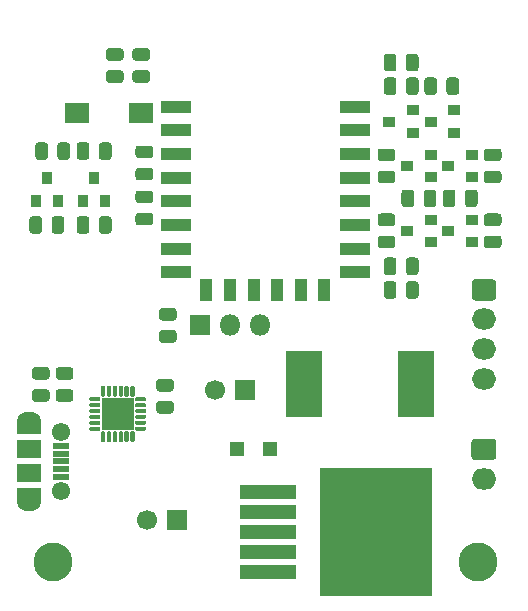
<source format=gbr>
%TF.GenerationSoftware,KiCad,Pcbnew,(5.1.6-0-10_14)*%
%TF.CreationDate,2020-07-27T20:59:48+02:00*%
%TF.ProjectId,DoorLightController,446f6f72-4c69-4676-9874-436f6e74726f,rev?*%
%TF.SameCoordinates,Original*%
%TF.FileFunction,Soldermask,Top*%
%TF.FilePolarity,Negative*%
%FSLAX46Y46*%
G04 Gerber Fmt 4.6, Leading zero omitted, Abs format (unit mm)*
G04 Created by KiCad (PCBNEW (5.1.6-0-10_14)) date 2020-07-27 20:59:48*
%MOMM*%
%LPD*%
G01*
G04 APERTURE LIST*
%ADD10R,2.000000X1.300000*%
%ADD11O,2.000000X1.300000*%
%ADD12R,2.000000X1.600000*%
%ADD13C,1.550000*%
%ADD14R,1.450000X0.500000*%
%ADD15R,2.100000X1.700000*%
%ADD16R,3.100000X5.700000*%
%ADD17R,1.200000X1.200000*%
%ADD18C,1.700000*%
%ADD19R,1.700000X1.700000*%
%ADD20R,2.600000X1.100000*%
%ADD21R,1.100000X1.900000*%
%ADD22C,3.300000*%
%ADD23O,2.100000X1.800000*%
%ADD24R,1.800000X1.800000*%
%ADD25O,1.800000X1.800000*%
%ADD26O,2.050000X1.800000*%
%ADD27R,0.900000X1.000000*%
%ADD28R,1.000000X0.900000*%
%ADD29R,4.700000X1.200000*%
%ADD30R,9.500000X10.900000*%
%ADD31R,2.700000X2.700000*%
G04 APERTURE END LIST*
D10*
%TO.C,J3*%
X190012500Y-91600000D03*
X190012500Y-97400000D03*
D11*
X190012500Y-98000000D03*
X190012500Y-91000000D03*
D12*
X190012500Y-93500000D03*
D13*
X192712500Y-97000000D03*
D14*
X192712500Y-94500000D03*
X192712500Y-95150000D03*
X192712500Y-95800000D03*
X192712500Y-93200000D03*
X192712500Y-93850000D03*
D13*
X192712500Y-92000000D03*
D12*
X190012500Y-95500000D03*
%TD*%
D15*
%TO.C,SW1*%
X199450000Y-65000000D03*
X194050000Y-65000000D03*
%TD*%
%TO.C,R18*%
G36*
G01*
X195100000Y-67768750D02*
X195100000Y-68731250D01*
G75*
G02*
X194831250Y-69000000I-268750J0D01*
G01*
X194293750Y-69000000D01*
G75*
G02*
X194025000Y-68731250I0J268750D01*
G01*
X194025000Y-67768750D01*
G75*
G02*
X194293750Y-67500000I268750J0D01*
G01*
X194831250Y-67500000D01*
G75*
G02*
X195100000Y-67768750I0J-268750D01*
G01*
G37*
G36*
G01*
X196975000Y-67768750D02*
X196975000Y-68731250D01*
G75*
G02*
X196706250Y-69000000I-268750J0D01*
G01*
X196168750Y-69000000D01*
G75*
G02*
X195900000Y-68731250I0J268750D01*
G01*
X195900000Y-67768750D01*
G75*
G02*
X196168750Y-67500000I268750J0D01*
G01*
X196706250Y-67500000D01*
G75*
G02*
X196975000Y-67768750I0J-268750D01*
G01*
G37*
%TD*%
%TO.C,R17*%
G36*
G01*
X193475000Y-67768750D02*
X193475000Y-68731250D01*
G75*
G02*
X193206250Y-69000000I-268750J0D01*
G01*
X192668750Y-69000000D01*
G75*
G02*
X192400000Y-68731250I0J268750D01*
G01*
X192400000Y-67768750D01*
G75*
G02*
X192668750Y-67500000I268750J0D01*
G01*
X193206250Y-67500000D01*
G75*
G02*
X193475000Y-67768750I0J-268750D01*
G01*
G37*
G36*
G01*
X191600000Y-67768750D02*
X191600000Y-68731250D01*
G75*
G02*
X191331250Y-69000000I-268750J0D01*
G01*
X190793750Y-69000000D01*
G75*
G02*
X190525000Y-68731250I0J268750D01*
G01*
X190525000Y-67768750D01*
G75*
G02*
X190793750Y-67500000I268750J0D01*
G01*
X191331250Y-67500000D01*
G75*
G02*
X191600000Y-67768750I0J-268750D01*
G01*
G37*
%TD*%
D16*
%TO.C,L1*%
X222750000Y-88000000D03*
X213250000Y-88000000D03*
%TD*%
%TO.C,D3*%
G36*
G01*
X199981250Y-60600000D02*
X199018750Y-60600000D01*
G75*
G02*
X198750000Y-60331250I0J268750D01*
G01*
X198750000Y-59793750D01*
G75*
G02*
X199018750Y-59525000I268750J0D01*
G01*
X199981250Y-59525000D01*
G75*
G02*
X200250000Y-59793750I0J-268750D01*
G01*
X200250000Y-60331250D01*
G75*
G02*
X199981250Y-60600000I-268750J0D01*
G01*
G37*
G36*
G01*
X199981250Y-62475000D02*
X199018750Y-62475000D01*
G75*
G02*
X198750000Y-62206250I0J268750D01*
G01*
X198750000Y-61668750D01*
G75*
G02*
X199018750Y-61400000I268750J0D01*
G01*
X199981250Y-61400000D01*
G75*
G02*
X200250000Y-61668750I0J-268750D01*
G01*
X200250000Y-62206250D01*
G75*
G02*
X199981250Y-62475000I-268750J0D01*
G01*
G37*
%TD*%
%TO.C,D2*%
G36*
G01*
X197731250Y-60600000D02*
X196768750Y-60600000D01*
G75*
G02*
X196500000Y-60331250I0J268750D01*
G01*
X196500000Y-59793750D01*
G75*
G02*
X196768750Y-59525000I268750J0D01*
G01*
X197731250Y-59525000D01*
G75*
G02*
X198000000Y-59793750I0J-268750D01*
G01*
X198000000Y-60331250D01*
G75*
G02*
X197731250Y-60600000I-268750J0D01*
G01*
G37*
G36*
G01*
X197731250Y-62475000D02*
X196768750Y-62475000D01*
G75*
G02*
X196500000Y-62206250I0J268750D01*
G01*
X196500000Y-61668750D01*
G75*
G02*
X196768750Y-61400000I268750J0D01*
G01*
X197731250Y-61400000D01*
G75*
G02*
X198000000Y-61668750I0J-268750D01*
G01*
X198000000Y-62206250D01*
G75*
G02*
X197731250Y-62475000I-268750J0D01*
G01*
G37*
%TD*%
D17*
%TO.C,D1*%
X207600000Y-93500000D03*
X210400000Y-93500000D03*
%TD*%
D18*
%TO.C,C2*%
X205750000Y-88500000D03*
D19*
X208250000Y-88500000D03*
%TD*%
D18*
%TO.C,C1*%
X200000000Y-99500000D03*
D19*
X202500000Y-99500000D03*
%TD*%
D20*
%TO.C,U2*%
X202400000Y-64500000D03*
X202400000Y-66500000D03*
X202400000Y-68500000D03*
X202400000Y-70500000D03*
X202400000Y-72500000D03*
X202400000Y-74500000D03*
X202400000Y-76500000D03*
X202400000Y-78500000D03*
D21*
X205000000Y-80000000D03*
X207000000Y-80000000D03*
X209000000Y-80000000D03*
X211000000Y-80000000D03*
X213000000Y-80000000D03*
X215000000Y-80000000D03*
D20*
X217600000Y-78500000D03*
X217600000Y-76500000D03*
X217600000Y-74500000D03*
X217600000Y-72500000D03*
X217600000Y-70500000D03*
X217600000Y-68500000D03*
X217600000Y-66500000D03*
X217600000Y-64500000D03*
%TD*%
D22*
%TO.C,H2*%
X228000000Y-103000000D03*
%TD*%
%TO.C,H1*%
X192000000Y-103000000D03*
%TD*%
%TO.C,C3*%
G36*
G01*
X201268750Y-83400000D02*
X202231250Y-83400000D01*
G75*
G02*
X202500000Y-83668750I0J-268750D01*
G01*
X202500000Y-84206250D01*
G75*
G02*
X202231250Y-84475000I-268750J0D01*
G01*
X201268750Y-84475000D01*
G75*
G02*
X201000000Y-84206250I0J268750D01*
G01*
X201000000Y-83668750D01*
G75*
G02*
X201268750Y-83400000I268750J0D01*
G01*
G37*
G36*
G01*
X201268750Y-81525000D02*
X202231250Y-81525000D01*
G75*
G02*
X202500000Y-81793750I0J-268750D01*
G01*
X202500000Y-82331250D01*
G75*
G02*
X202231250Y-82600000I-268750J0D01*
G01*
X201268750Y-82600000D01*
G75*
G02*
X201000000Y-82331250I0J268750D01*
G01*
X201000000Y-81793750D01*
G75*
G02*
X201268750Y-81525000I268750J0D01*
G01*
G37*
%TD*%
%TO.C,C4*%
G36*
G01*
X191481250Y-89475000D02*
X190518750Y-89475000D01*
G75*
G02*
X190250000Y-89206250I0J268750D01*
G01*
X190250000Y-88668750D01*
G75*
G02*
X190518750Y-88400000I268750J0D01*
G01*
X191481250Y-88400000D01*
G75*
G02*
X191750000Y-88668750I0J-268750D01*
G01*
X191750000Y-89206250D01*
G75*
G02*
X191481250Y-89475000I-268750J0D01*
G01*
G37*
G36*
G01*
X191481250Y-87600000D02*
X190518750Y-87600000D01*
G75*
G02*
X190250000Y-87331250I0J268750D01*
G01*
X190250000Y-86793750D01*
G75*
G02*
X190518750Y-86525000I268750J0D01*
G01*
X191481250Y-86525000D01*
G75*
G02*
X191750000Y-86793750I0J-268750D01*
G01*
X191750000Y-87331250D01*
G75*
G02*
X191481250Y-87600000I-268750J0D01*
G01*
G37*
%TD*%
%TO.C,C5*%
G36*
G01*
X192518750Y-88400000D02*
X193481250Y-88400000D01*
G75*
G02*
X193750000Y-88668750I0J-268750D01*
G01*
X193750000Y-89206250D01*
G75*
G02*
X193481250Y-89475000I-268750J0D01*
G01*
X192518750Y-89475000D01*
G75*
G02*
X192250000Y-89206250I0J268750D01*
G01*
X192250000Y-88668750D01*
G75*
G02*
X192518750Y-88400000I268750J0D01*
G01*
G37*
G36*
G01*
X192518750Y-86525000D02*
X193481250Y-86525000D01*
G75*
G02*
X193750000Y-86793750I0J-268750D01*
G01*
X193750000Y-87331250D01*
G75*
G02*
X193481250Y-87600000I-268750J0D01*
G01*
X192518750Y-87600000D01*
G75*
G02*
X192250000Y-87331250I0J268750D01*
G01*
X192250000Y-86793750D01*
G75*
G02*
X192518750Y-86525000I268750J0D01*
G01*
G37*
%TD*%
%TO.C,J1*%
G36*
G01*
X227714706Y-92600000D02*
X229285294Y-92600000D01*
G75*
G02*
X229550000Y-92864706I0J-264706D01*
G01*
X229550000Y-94135294D01*
G75*
G02*
X229285294Y-94400000I-264706J0D01*
G01*
X227714706Y-94400000D01*
G75*
G02*
X227450000Y-94135294I0J264706D01*
G01*
X227450000Y-92864706D01*
G75*
G02*
X227714706Y-92600000I264706J0D01*
G01*
G37*
D23*
X228500000Y-96000000D03*
%TD*%
D24*
%TO.C,J2*%
X204500000Y-83000000D03*
D25*
X207040000Y-83000000D03*
X209580000Y-83000000D03*
%TD*%
%TO.C,J5*%
G36*
G01*
X227739706Y-79100000D02*
X229260294Y-79100000D01*
G75*
G02*
X229525000Y-79364706I0J-264706D01*
G01*
X229525000Y-80635294D01*
G75*
G02*
X229260294Y-80900000I-264706J0D01*
G01*
X227739706Y-80900000D01*
G75*
G02*
X227475000Y-80635294I0J264706D01*
G01*
X227475000Y-79364706D01*
G75*
G02*
X227739706Y-79100000I264706J0D01*
G01*
G37*
D26*
X228500000Y-82500000D03*
X228500000Y-85000000D03*
X228500000Y-87500000D03*
%TD*%
D27*
%TO.C,Q1*%
X194550000Y-72500000D03*
X196450000Y-72500000D03*
X195500000Y-70500000D03*
%TD*%
%TO.C,Q2*%
X190550000Y-72500000D03*
X192450000Y-72500000D03*
X191500000Y-70500000D03*
%TD*%
D28*
%TO.C,Q3*%
X224000000Y-70450000D03*
X224000000Y-68550000D03*
X222000000Y-69500000D03*
%TD*%
%TO.C,Q4*%
X220500000Y-65750000D03*
X222500000Y-64800000D03*
X222500000Y-66700000D03*
%TD*%
%TO.C,Q5*%
X224000000Y-75950000D03*
X224000000Y-74050000D03*
X222000000Y-75000000D03*
%TD*%
%TO.C,Q6*%
X225500000Y-69500000D03*
X227500000Y-68550000D03*
X227500000Y-70450000D03*
%TD*%
%TO.C,Q7*%
X224000000Y-65750000D03*
X226000000Y-64800000D03*
X226000000Y-66700000D03*
%TD*%
%TO.C,Q8*%
X225500000Y-75000000D03*
X227500000Y-74050000D03*
X227500000Y-75950000D03*
%TD*%
%TO.C,R1*%
G36*
G01*
X201981250Y-88600000D02*
X201018750Y-88600000D01*
G75*
G02*
X200750000Y-88331250I0J268750D01*
G01*
X200750000Y-87793750D01*
G75*
G02*
X201018750Y-87525000I268750J0D01*
G01*
X201981250Y-87525000D01*
G75*
G02*
X202250000Y-87793750I0J-268750D01*
G01*
X202250000Y-88331250D01*
G75*
G02*
X201981250Y-88600000I-268750J0D01*
G01*
G37*
G36*
G01*
X201981250Y-90475000D02*
X201018750Y-90475000D01*
G75*
G02*
X200750000Y-90206250I0J268750D01*
G01*
X200750000Y-89668750D01*
G75*
G02*
X201018750Y-89400000I268750J0D01*
G01*
X201981250Y-89400000D01*
G75*
G02*
X202250000Y-89668750I0J-268750D01*
G01*
X202250000Y-90206250D01*
G75*
G02*
X201981250Y-90475000I-268750J0D01*
G01*
G37*
%TD*%
%TO.C,R2*%
G36*
G01*
X191900000Y-74981250D02*
X191900000Y-74018750D01*
G75*
G02*
X192168750Y-73750000I268750J0D01*
G01*
X192706250Y-73750000D01*
G75*
G02*
X192975000Y-74018750I0J-268750D01*
G01*
X192975000Y-74981250D01*
G75*
G02*
X192706250Y-75250000I-268750J0D01*
G01*
X192168750Y-75250000D01*
G75*
G02*
X191900000Y-74981250I0J268750D01*
G01*
G37*
G36*
G01*
X190025000Y-74981250D02*
X190025000Y-74018750D01*
G75*
G02*
X190293750Y-73750000I268750J0D01*
G01*
X190831250Y-73750000D01*
G75*
G02*
X191100000Y-74018750I0J-268750D01*
G01*
X191100000Y-74981250D01*
G75*
G02*
X190831250Y-75250000I-268750J0D01*
G01*
X190293750Y-75250000D01*
G75*
G02*
X190025000Y-74981250I0J268750D01*
G01*
G37*
%TD*%
%TO.C,R3*%
G36*
G01*
X199268750Y-71587500D02*
X200231250Y-71587500D01*
G75*
G02*
X200500000Y-71856250I0J-268750D01*
G01*
X200500000Y-72393750D01*
G75*
G02*
X200231250Y-72662500I-268750J0D01*
G01*
X199268750Y-72662500D01*
G75*
G02*
X199000000Y-72393750I0J268750D01*
G01*
X199000000Y-71856250D01*
G75*
G02*
X199268750Y-71587500I268750J0D01*
G01*
G37*
G36*
G01*
X199268750Y-73462500D02*
X200231250Y-73462500D01*
G75*
G02*
X200500000Y-73731250I0J-268750D01*
G01*
X200500000Y-74268750D01*
G75*
G02*
X200231250Y-74537500I-268750J0D01*
G01*
X199268750Y-74537500D01*
G75*
G02*
X199000000Y-74268750I0J268750D01*
G01*
X199000000Y-73731250D01*
G75*
G02*
X199268750Y-73462500I268750J0D01*
G01*
G37*
%TD*%
%TO.C,R4*%
G36*
G01*
X221900000Y-78481250D02*
X221900000Y-77518750D01*
G75*
G02*
X222168750Y-77250000I268750J0D01*
G01*
X222706250Y-77250000D01*
G75*
G02*
X222975000Y-77518750I0J-268750D01*
G01*
X222975000Y-78481250D01*
G75*
G02*
X222706250Y-78750000I-268750J0D01*
G01*
X222168750Y-78750000D01*
G75*
G02*
X221900000Y-78481250I0J268750D01*
G01*
G37*
G36*
G01*
X220025000Y-78481250D02*
X220025000Y-77518750D01*
G75*
G02*
X220293750Y-77250000I268750J0D01*
G01*
X220831250Y-77250000D01*
G75*
G02*
X221100000Y-77518750I0J-268750D01*
G01*
X221100000Y-78481250D01*
G75*
G02*
X220831250Y-78750000I-268750J0D01*
G01*
X220293750Y-78750000D01*
G75*
G02*
X220025000Y-78481250I0J268750D01*
G01*
G37*
%TD*%
%TO.C,R5*%
G36*
G01*
X222975000Y-79518750D02*
X222975000Y-80481250D01*
G75*
G02*
X222706250Y-80750000I-268750J0D01*
G01*
X222168750Y-80750000D01*
G75*
G02*
X221900000Y-80481250I0J268750D01*
G01*
X221900000Y-79518750D01*
G75*
G02*
X222168750Y-79250000I268750J0D01*
G01*
X222706250Y-79250000D01*
G75*
G02*
X222975000Y-79518750I0J-268750D01*
G01*
G37*
G36*
G01*
X221100000Y-79518750D02*
X221100000Y-80481250D01*
G75*
G02*
X220831250Y-80750000I-268750J0D01*
G01*
X220293750Y-80750000D01*
G75*
G02*
X220025000Y-80481250I0J268750D01*
G01*
X220025000Y-79518750D01*
G75*
G02*
X220293750Y-79250000I268750J0D01*
G01*
X220831250Y-79250000D01*
G75*
G02*
X221100000Y-79518750I0J-268750D01*
G01*
G37*
%TD*%
%TO.C,R6*%
G36*
G01*
X196975000Y-74018750D02*
X196975000Y-74981250D01*
G75*
G02*
X196706250Y-75250000I-268750J0D01*
G01*
X196168750Y-75250000D01*
G75*
G02*
X195900000Y-74981250I0J268750D01*
G01*
X195900000Y-74018750D01*
G75*
G02*
X196168750Y-73750000I268750J0D01*
G01*
X196706250Y-73750000D01*
G75*
G02*
X196975000Y-74018750I0J-268750D01*
G01*
G37*
G36*
G01*
X195100000Y-74018750D02*
X195100000Y-74981250D01*
G75*
G02*
X194831250Y-75250000I-268750J0D01*
G01*
X194293750Y-75250000D01*
G75*
G02*
X194025000Y-74981250I0J268750D01*
G01*
X194025000Y-74018750D01*
G75*
G02*
X194293750Y-73750000I268750J0D01*
G01*
X194831250Y-73750000D01*
G75*
G02*
X195100000Y-74018750I0J-268750D01*
G01*
G37*
%TD*%
%TO.C,R7*%
G36*
G01*
X200231250Y-68850000D02*
X199268750Y-68850000D01*
G75*
G02*
X199000000Y-68581250I0J268750D01*
G01*
X199000000Y-68043750D01*
G75*
G02*
X199268750Y-67775000I268750J0D01*
G01*
X200231250Y-67775000D01*
G75*
G02*
X200500000Y-68043750I0J-268750D01*
G01*
X200500000Y-68581250D01*
G75*
G02*
X200231250Y-68850000I-268750J0D01*
G01*
G37*
G36*
G01*
X200231250Y-70725000D02*
X199268750Y-70725000D01*
G75*
G02*
X199000000Y-70456250I0J268750D01*
G01*
X199000000Y-69918750D01*
G75*
G02*
X199268750Y-69650000I268750J0D01*
G01*
X200231250Y-69650000D01*
G75*
G02*
X200500000Y-69918750I0J-268750D01*
G01*
X200500000Y-70456250D01*
G75*
G02*
X200231250Y-70725000I-268750J0D01*
G01*
G37*
%TD*%
%TO.C,R8*%
G36*
G01*
X219768750Y-68025000D02*
X220731250Y-68025000D01*
G75*
G02*
X221000000Y-68293750I0J-268750D01*
G01*
X221000000Y-68831250D01*
G75*
G02*
X220731250Y-69100000I-268750J0D01*
G01*
X219768750Y-69100000D01*
G75*
G02*
X219500000Y-68831250I0J268750D01*
G01*
X219500000Y-68293750D01*
G75*
G02*
X219768750Y-68025000I268750J0D01*
G01*
G37*
G36*
G01*
X219768750Y-69900000D02*
X220731250Y-69900000D01*
G75*
G02*
X221000000Y-70168750I0J-268750D01*
G01*
X221000000Y-70706250D01*
G75*
G02*
X220731250Y-70975000I-268750J0D01*
G01*
X219768750Y-70975000D01*
G75*
G02*
X219500000Y-70706250I0J268750D01*
G01*
X219500000Y-70168750D01*
G75*
G02*
X219768750Y-69900000I268750J0D01*
G01*
G37*
%TD*%
%TO.C,R9*%
G36*
G01*
X221900000Y-63231250D02*
X221900000Y-62268750D01*
G75*
G02*
X222168750Y-62000000I268750J0D01*
G01*
X222706250Y-62000000D01*
G75*
G02*
X222975000Y-62268750I0J-268750D01*
G01*
X222975000Y-63231250D01*
G75*
G02*
X222706250Y-63500000I-268750J0D01*
G01*
X222168750Y-63500000D01*
G75*
G02*
X221900000Y-63231250I0J268750D01*
G01*
G37*
G36*
G01*
X220025000Y-63231250D02*
X220025000Y-62268750D01*
G75*
G02*
X220293750Y-62000000I268750J0D01*
G01*
X220831250Y-62000000D01*
G75*
G02*
X221100000Y-62268750I0J-268750D01*
G01*
X221100000Y-63231250D01*
G75*
G02*
X220831250Y-63500000I-268750J0D01*
G01*
X220293750Y-63500000D01*
G75*
G02*
X220025000Y-63231250I0J268750D01*
G01*
G37*
%TD*%
%TO.C,R10*%
G36*
G01*
X219768750Y-73525000D02*
X220731250Y-73525000D01*
G75*
G02*
X221000000Y-73793750I0J-268750D01*
G01*
X221000000Y-74331250D01*
G75*
G02*
X220731250Y-74600000I-268750J0D01*
G01*
X219768750Y-74600000D01*
G75*
G02*
X219500000Y-74331250I0J268750D01*
G01*
X219500000Y-73793750D01*
G75*
G02*
X219768750Y-73525000I268750J0D01*
G01*
G37*
G36*
G01*
X219768750Y-75400000D02*
X220731250Y-75400000D01*
G75*
G02*
X221000000Y-75668750I0J-268750D01*
G01*
X221000000Y-76206250D01*
G75*
G02*
X220731250Y-76475000I-268750J0D01*
G01*
X219768750Y-76475000D01*
G75*
G02*
X219500000Y-76206250I0J268750D01*
G01*
X219500000Y-75668750D01*
G75*
G02*
X219768750Y-75400000I268750J0D01*
G01*
G37*
%TD*%
%TO.C,R11*%
G36*
G01*
X229731250Y-69100000D02*
X228768750Y-69100000D01*
G75*
G02*
X228500000Y-68831250I0J268750D01*
G01*
X228500000Y-68293750D01*
G75*
G02*
X228768750Y-68025000I268750J0D01*
G01*
X229731250Y-68025000D01*
G75*
G02*
X230000000Y-68293750I0J-268750D01*
G01*
X230000000Y-68831250D01*
G75*
G02*
X229731250Y-69100000I-268750J0D01*
G01*
G37*
G36*
G01*
X229731250Y-70975000D02*
X228768750Y-70975000D01*
G75*
G02*
X228500000Y-70706250I0J268750D01*
G01*
X228500000Y-70168750D01*
G75*
G02*
X228768750Y-69900000I268750J0D01*
G01*
X229731250Y-69900000D01*
G75*
G02*
X230000000Y-70168750I0J-268750D01*
G01*
X230000000Y-70706250D01*
G75*
G02*
X229731250Y-70975000I-268750J0D01*
G01*
G37*
%TD*%
%TO.C,R12*%
G36*
G01*
X223462500Y-63231250D02*
X223462500Y-62268750D01*
G75*
G02*
X223731250Y-62000000I268750J0D01*
G01*
X224268750Y-62000000D01*
G75*
G02*
X224537500Y-62268750I0J-268750D01*
G01*
X224537500Y-63231250D01*
G75*
G02*
X224268750Y-63500000I-268750J0D01*
G01*
X223731250Y-63500000D01*
G75*
G02*
X223462500Y-63231250I0J268750D01*
G01*
G37*
G36*
G01*
X225337500Y-63231250D02*
X225337500Y-62268750D01*
G75*
G02*
X225606250Y-62000000I268750J0D01*
G01*
X226143750Y-62000000D01*
G75*
G02*
X226412500Y-62268750I0J-268750D01*
G01*
X226412500Y-63231250D01*
G75*
G02*
X226143750Y-63500000I-268750J0D01*
G01*
X225606250Y-63500000D01*
G75*
G02*
X225337500Y-63231250I0J268750D01*
G01*
G37*
%TD*%
%TO.C,R13*%
G36*
G01*
X229731250Y-74600000D02*
X228768750Y-74600000D01*
G75*
G02*
X228500000Y-74331250I0J268750D01*
G01*
X228500000Y-73793750D01*
G75*
G02*
X228768750Y-73525000I268750J0D01*
G01*
X229731250Y-73525000D01*
G75*
G02*
X230000000Y-73793750I0J-268750D01*
G01*
X230000000Y-74331250D01*
G75*
G02*
X229731250Y-74600000I-268750J0D01*
G01*
G37*
G36*
G01*
X229731250Y-76475000D02*
X228768750Y-76475000D01*
G75*
G02*
X228500000Y-76206250I0J268750D01*
G01*
X228500000Y-75668750D01*
G75*
G02*
X228768750Y-75400000I268750J0D01*
G01*
X229731250Y-75400000D01*
G75*
G02*
X230000000Y-75668750I0J-268750D01*
G01*
X230000000Y-76206250D01*
G75*
G02*
X229731250Y-76475000I-268750J0D01*
G01*
G37*
%TD*%
%TO.C,R14*%
G36*
G01*
X226100000Y-71768750D02*
X226100000Y-72731250D01*
G75*
G02*
X225831250Y-73000000I-268750J0D01*
G01*
X225293750Y-73000000D01*
G75*
G02*
X225025000Y-72731250I0J268750D01*
G01*
X225025000Y-71768750D01*
G75*
G02*
X225293750Y-71500000I268750J0D01*
G01*
X225831250Y-71500000D01*
G75*
G02*
X226100000Y-71768750I0J-268750D01*
G01*
G37*
G36*
G01*
X227975000Y-71768750D02*
X227975000Y-72731250D01*
G75*
G02*
X227706250Y-73000000I-268750J0D01*
G01*
X227168750Y-73000000D01*
G75*
G02*
X226900000Y-72731250I0J268750D01*
G01*
X226900000Y-71768750D01*
G75*
G02*
X227168750Y-71500000I268750J0D01*
G01*
X227706250Y-71500000D01*
G75*
G02*
X227975000Y-71768750I0J-268750D01*
G01*
G37*
%TD*%
%TO.C,R15*%
G36*
G01*
X220025000Y-61231250D02*
X220025000Y-60268750D01*
G75*
G02*
X220293750Y-60000000I268750J0D01*
G01*
X220831250Y-60000000D01*
G75*
G02*
X221100000Y-60268750I0J-268750D01*
G01*
X221100000Y-61231250D01*
G75*
G02*
X220831250Y-61500000I-268750J0D01*
G01*
X220293750Y-61500000D01*
G75*
G02*
X220025000Y-61231250I0J268750D01*
G01*
G37*
G36*
G01*
X221900000Y-61231250D02*
X221900000Y-60268750D01*
G75*
G02*
X222168750Y-60000000I268750J0D01*
G01*
X222706250Y-60000000D01*
G75*
G02*
X222975000Y-60268750I0J-268750D01*
G01*
X222975000Y-61231250D01*
G75*
G02*
X222706250Y-61500000I-268750J0D01*
G01*
X222168750Y-61500000D01*
G75*
G02*
X221900000Y-61231250I0J268750D01*
G01*
G37*
%TD*%
%TO.C,R16*%
G36*
G01*
X221525000Y-72731250D02*
X221525000Y-71768750D01*
G75*
G02*
X221793750Y-71500000I268750J0D01*
G01*
X222331250Y-71500000D01*
G75*
G02*
X222600000Y-71768750I0J-268750D01*
G01*
X222600000Y-72731250D01*
G75*
G02*
X222331250Y-73000000I-268750J0D01*
G01*
X221793750Y-73000000D01*
G75*
G02*
X221525000Y-72731250I0J268750D01*
G01*
G37*
G36*
G01*
X223400000Y-72731250D02*
X223400000Y-71768750D01*
G75*
G02*
X223668750Y-71500000I268750J0D01*
G01*
X224206250Y-71500000D01*
G75*
G02*
X224475000Y-71768750I0J-268750D01*
G01*
X224475000Y-72731250D01*
G75*
G02*
X224206250Y-73000000I-268750J0D01*
G01*
X223668750Y-73000000D01*
G75*
G02*
X223400000Y-72731250I0J268750D01*
G01*
G37*
%TD*%
D29*
%TO.C,U1*%
X210225000Y-97100000D03*
X210225000Y-98800000D03*
X210225000Y-100500000D03*
X210225000Y-102200000D03*
X210225000Y-103900000D03*
D30*
X219375000Y-100500000D03*
%TD*%
%TO.C,U3*%
G36*
G01*
X195100000Y-89337500D02*
X195100000Y-89162500D01*
G75*
G02*
X195187500Y-89075000I87500J0D01*
G01*
X195937500Y-89075000D01*
G75*
G02*
X196025000Y-89162500I0J-87500D01*
G01*
X196025000Y-89337500D01*
G75*
G02*
X195937500Y-89425000I-87500J0D01*
G01*
X195187500Y-89425000D01*
G75*
G02*
X195100000Y-89337500I0J87500D01*
G01*
G37*
G36*
G01*
X195100000Y-89837500D02*
X195100000Y-89662500D01*
G75*
G02*
X195187500Y-89575000I87500J0D01*
G01*
X195937500Y-89575000D01*
G75*
G02*
X196025000Y-89662500I0J-87500D01*
G01*
X196025000Y-89837500D01*
G75*
G02*
X195937500Y-89925000I-87500J0D01*
G01*
X195187500Y-89925000D01*
G75*
G02*
X195100000Y-89837500I0J87500D01*
G01*
G37*
G36*
G01*
X195100000Y-90337500D02*
X195100000Y-90162500D01*
G75*
G02*
X195187500Y-90075000I87500J0D01*
G01*
X195937500Y-90075000D01*
G75*
G02*
X196025000Y-90162500I0J-87500D01*
G01*
X196025000Y-90337500D01*
G75*
G02*
X195937500Y-90425000I-87500J0D01*
G01*
X195187500Y-90425000D01*
G75*
G02*
X195100000Y-90337500I0J87500D01*
G01*
G37*
G36*
G01*
X195100000Y-90837500D02*
X195100000Y-90662500D01*
G75*
G02*
X195187500Y-90575000I87500J0D01*
G01*
X195937500Y-90575000D01*
G75*
G02*
X196025000Y-90662500I0J-87500D01*
G01*
X196025000Y-90837500D01*
G75*
G02*
X195937500Y-90925000I-87500J0D01*
G01*
X195187500Y-90925000D01*
G75*
G02*
X195100000Y-90837500I0J87500D01*
G01*
G37*
G36*
G01*
X195100000Y-91337500D02*
X195100000Y-91162500D01*
G75*
G02*
X195187500Y-91075000I87500J0D01*
G01*
X195937500Y-91075000D01*
G75*
G02*
X196025000Y-91162500I0J-87500D01*
G01*
X196025000Y-91337500D01*
G75*
G02*
X195937500Y-91425000I-87500J0D01*
G01*
X195187500Y-91425000D01*
G75*
G02*
X195100000Y-91337500I0J87500D01*
G01*
G37*
G36*
G01*
X195100000Y-91837500D02*
X195100000Y-91662500D01*
G75*
G02*
X195187500Y-91575000I87500J0D01*
G01*
X195937500Y-91575000D01*
G75*
G02*
X196025000Y-91662500I0J-87500D01*
G01*
X196025000Y-91837500D01*
G75*
G02*
X195937500Y-91925000I-87500J0D01*
G01*
X195187500Y-91925000D01*
G75*
G02*
X195100000Y-91837500I0J87500D01*
G01*
G37*
G36*
G01*
X196075000Y-92812500D02*
X196075000Y-92062500D01*
G75*
G02*
X196162500Y-91975000I87500J0D01*
G01*
X196337500Y-91975000D01*
G75*
G02*
X196425000Y-92062500I0J-87500D01*
G01*
X196425000Y-92812500D01*
G75*
G02*
X196337500Y-92900000I-87500J0D01*
G01*
X196162500Y-92900000D01*
G75*
G02*
X196075000Y-92812500I0J87500D01*
G01*
G37*
G36*
G01*
X196575000Y-92812500D02*
X196575000Y-92062500D01*
G75*
G02*
X196662500Y-91975000I87500J0D01*
G01*
X196837500Y-91975000D01*
G75*
G02*
X196925000Y-92062500I0J-87500D01*
G01*
X196925000Y-92812500D01*
G75*
G02*
X196837500Y-92900000I-87500J0D01*
G01*
X196662500Y-92900000D01*
G75*
G02*
X196575000Y-92812500I0J87500D01*
G01*
G37*
G36*
G01*
X197075000Y-92812500D02*
X197075000Y-92062500D01*
G75*
G02*
X197162500Y-91975000I87500J0D01*
G01*
X197337500Y-91975000D01*
G75*
G02*
X197425000Y-92062500I0J-87500D01*
G01*
X197425000Y-92812500D01*
G75*
G02*
X197337500Y-92900000I-87500J0D01*
G01*
X197162500Y-92900000D01*
G75*
G02*
X197075000Y-92812500I0J87500D01*
G01*
G37*
G36*
G01*
X197575000Y-92812500D02*
X197575000Y-92062500D01*
G75*
G02*
X197662500Y-91975000I87500J0D01*
G01*
X197837500Y-91975000D01*
G75*
G02*
X197925000Y-92062500I0J-87500D01*
G01*
X197925000Y-92812500D01*
G75*
G02*
X197837500Y-92900000I-87500J0D01*
G01*
X197662500Y-92900000D01*
G75*
G02*
X197575000Y-92812500I0J87500D01*
G01*
G37*
G36*
G01*
X198075000Y-92812500D02*
X198075000Y-92062500D01*
G75*
G02*
X198162500Y-91975000I87500J0D01*
G01*
X198337500Y-91975000D01*
G75*
G02*
X198425000Y-92062500I0J-87500D01*
G01*
X198425000Y-92812500D01*
G75*
G02*
X198337500Y-92900000I-87500J0D01*
G01*
X198162500Y-92900000D01*
G75*
G02*
X198075000Y-92812500I0J87500D01*
G01*
G37*
G36*
G01*
X198575000Y-92812500D02*
X198575000Y-92062500D01*
G75*
G02*
X198662500Y-91975000I87500J0D01*
G01*
X198837500Y-91975000D01*
G75*
G02*
X198925000Y-92062500I0J-87500D01*
G01*
X198925000Y-92812500D01*
G75*
G02*
X198837500Y-92900000I-87500J0D01*
G01*
X198662500Y-92900000D01*
G75*
G02*
X198575000Y-92812500I0J87500D01*
G01*
G37*
G36*
G01*
X198975000Y-91837500D02*
X198975000Y-91662500D01*
G75*
G02*
X199062500Y-91575000I87500J0D01*
G01*
X199812500Y-91575000D01*
G75*
G02*
X199900000Y-91662500I0J-87500D01*
G01*
X199900000Y-91837500D01*
G75*
G02*
X199812500Y-91925000I-87500J0D01*
G01*
X199062500Y-91925000D01*
G75*
G02*
X198975000Y-91837500I0J87500D01*
G01*
G37*
G36*
G01*
X198975000Y-91337500D02*
X198975000Y-91162500D01*
G75*
G02*
X199062500Y-91075000I87500J0D01*
G01*
X199812500Y-91075000D01*
G75*
G02*
X199900000Y-91162500I0J-87500D01*
G01*
X199900000Y-91337500D01*
G75*
G02*
X199812500Y-91425000I-87500J0D01*
G01*
X199062500Y-91425000D01*
G75*
G02*
X198975000Y-91337500I0J87500D01*
G01*
G37*
G36*
G01*
X198975000Y-90837500D02*
X198975000Y-90662500D01*
G75*
G02*
X199062500Y-90575000I87500J0D01*
G01*
X199812500Y-90575000D01*
G75*
G02*
X199900000Y-90662500I0J-87500D01*
G01*
X199900000Y-90837500D01*
G75*
G02*
X199812500Y-90925000I-87500J0D01*
G01*
X199062500Y-90925000D01*
G75*
G02*
X198975000Y-90837500I0J87500D01*
G01*
G37*
G36*
G01*
X198975000Y-90337500D02*
X198975000Y-90162500D01*
G75*
G02*
X199062500Y-90075000I87500J0D01*
G01*
X199812500Y-90075000D01*
G75*
G02*
X199900000Y-90162500I0J-87500D01*
G01*
X199900000Y-90337500D01*
G75*
G02*
X199812500Y-90425000I-87500J0D01*
G01*
X199062500Y-90425000D01*
G75*
G02*
X198975000Y-90337500I0J87500D01*
G01*
G37*
G36*
G01*
X198975000Y-89837500D02*
X198975000Y-89662500D01*
G75*
G02*
X199062500Y-89575000I87500J0D01*
G01*
X199812500Y-89575000D01*
G75*
G02*
X199900000Y-89662500I0J-87500D01*
G01*
X199900000Y-89837500D01*
G75*
G02*
X199812500Y-89925000I-87500J0D01*
G01*
X199062500Y-89925000D01*
G75*
G02*
X198975000Y-89837500I0J87500D01*
G01*
G37*
G36*
G01*
X198975000Y-89337500D02*
X198975000Y-89162500D01*
G75*
G02*
X199062500Y-89075000I87500J0D01*
G01*
X199812500Y-89075000D01*
G75*
G02*
X199900000Y-89162500I0J-87500D01*
G01*
X199900000Y-89337500D01*
G75*
G02*
X199812500Y-89425000I-87500J0D01*
G01*
X199062500Y-89425000D01*
G75*
G02*
X198975000Y-89337500I0J87500D01*
G01*
G37*
G36*
G01*
X198575000Y-88937500D02*
X198575000Y-88187500D01*
G75*
G02*
X198662500Y-88100000I87500J0D01*
G01*
X198837500Y-88100000D01*
G75*
G02*
X198925000Y-88187500I0J-87500D01*
G01*
X198925000Y-88937500D01*
G75*
G02*
X198837500Y-89025000I-87500J0D01*
G01*
X198662500Y-89025000D01*
G75*
G02*
X198575000Y-88937500I0J87500D01*
G01*
G37*
G36*
G01*
X198075000Y-88937500D02*
X198075000Y-88187500D01*
G75*
G02*
X198162500Y-88100000I87500J0D01*
G01*
X198337500Y-88100000D01*
G75*
G02*
X198425000Y-88187500I0J-87500D01*
G01*
X198425000Y-88937500D01*
G75*
G02*
X198337500Y-89025000I-87500J0D01*
G01*
X198162500Y-89025000D01*
G75*
G02*
X198075000Y-88937500I0J87500D01*
G01*
G37*
G36*
G01*
X197575000Y-88937500D02*
X197575000Y-88187500D01*
G75*
G02*
X197662500Y-88100000I87500J0D01*
G01*
X197837500Y-88100000D01*
G75*
G02*
X197925000Y-88187500I0J-87500D01*
G01*
X197925000Y-88937500D01*
G75*
G02*
X197837500Y-89025000I-87500J0D01*
G01*
X197662500Y-89025000D01*
G75*
G02*
X197575000Y-88937500I0J87500D01*
G01*
G37*
G36*
G01*
X197075000Y-88937500D02*
X197075000Y-88187500D01*
G75*
G02*
X197162500Y-88100000I87500J0D01*
G01*
X197337500Y-88100000D01*
G75*
G02*
X197425000Y-88187500I0J-87500D01*
G01*
X197425000Y-88937500D01*
G75*
G02*
X197337500Y-89025000I-87500J0D01*
G01*
X197162500Y-89025000D01*
G75*
G02*
X197075000Y-88937500I0J87500D01*
G01*
G37*
G36*
G01*
X196575000Y-88937500D02*
X196575000Y-88187500D01*
G75*
G02*
X196662500Y-88100000I87500J0D01*
G01*
X196837500Y-88100000D01*
G75*
G02*
X196925000Y-88187500I0J-87500D01*
G01*
X196925000Y-88937500D01*
G75*
G02*
X196837500Y-89025000I-87500J0D01*
G01*
X196662500Y-89025000D01*
G75*
G02*
X196575000Y-88937500I0J87500D01*
G01*
G37*
G36*
G01*
X196075000Y-88937500D02*
X196075000Y-88187500D01*
G75*
G02*
X196162500Y-88100000I87500J0D01*
G01*
X196337500Y-88100000D01*
G75*
G02*
X196425000Y-88187500I0J-87500D01*
G01*
X196425000Y-88937500D01*
G75*
G02*
X196337500Y-89025000I-87500J0D01*
G01*
X196162500Y-89025000D01*
G75*
G02*
X196075000Y-88937500I0J87500D01*
G01*
G37*
D31*
X197500000Y-90500000D03*
%TD*%
M02*

</source>
